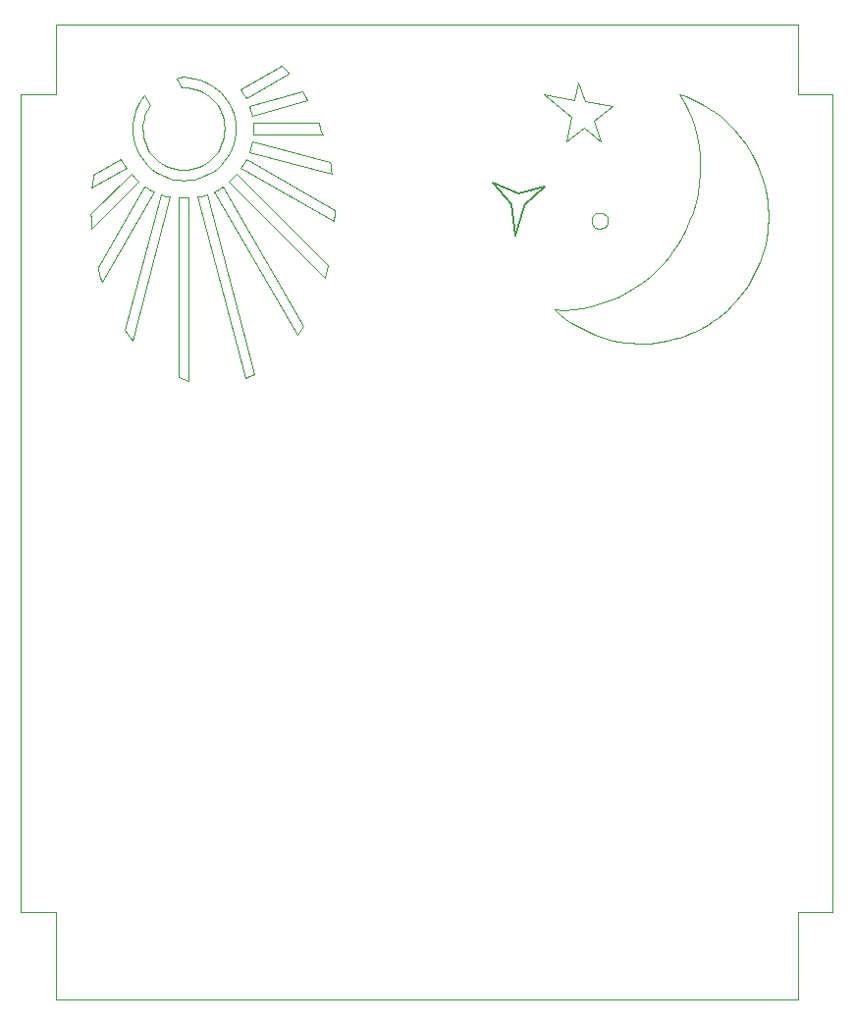
<source format=gbr>
G04 #@! TF.GenerationSoftware,KiCad,Pcbnew,(5.1.9-0-10_14)*
G04 #@! TF.CreationDate,2022-07-17T19:47:57+02:00*
G04 #@! TF.ProjectId,klara-circuitry,6b6c6172-612d-4636-9972-637569747279,rev?*
G04 #@! TF.SameCoordinates,Original*
G04 #@! TF.FileFunction,Profile,NP*
%FSLAX46Y46*%
G04 Gerber Fmt 4.6, Leading zero omitted, Abs format (unit mm)*
G04 Created by KiCad (PCBNEW (5.1.9-0-10_14)) date 2022-07-17 19:47:57*
%MOMM*%
%LPD*%
G01*
G04 APERTURE LIST*
G04 #@! TA.AperFunction,Profile*
%ADD10C,0.150000*%
G04 #@! TD*
G04 #@! TA.AperFunction,Profile*
%ADD11C,0.100000*%
G04 #@! TD*
G04 APERTURE END LIST*
D10*
X106960000Y-43370000D02*
X108570000Y-45200000D01*
X109210000Y-44320000D02*
X106960000Y-43370000D01*
X111460000Y-43710000D02*
X109210000Y-44320000D01*
X109660000Y-45340000D02*
X111460000Y-43710000D01*
X108950000Y-47900000D02*
X108570000Y-45220000D01*
X108950000Y-47920000D02*
X109660000Y-45410000D01*
D11*
X80306700Y-44670900D02*
X80747600Y-44670900D01*
X83762400Y-37965040D02*
X83816100Y-38314330D01*
X83675100Y-37627630D02*
X83762400Y-37965040D01*
X83556100Y-37303920D02*
X83675100Y-37627630D01*
X83407000Y-36995720D02*
X83556100Y-37303920D01*
X83762400Y-39411500D02*
X83675100Y-39760600D01*
X83816100Y-39048600D02*
X83762400Y-39411500D01*
X83834400Y-38673690D02*
X83816100Y-39048600D01*
X83816100Y-38314330D02*
X83834400Y-38673690D01*
X81676400Y-42009900D02*
X81352700Y-42129800D01*
X81984600Y-41859600D02*
X81676400Y-42009900D01*
X82275500Y-41680400D02*
X81984600Y-41859600D01*
X82547300Y-41474100D02*
X82275500Y-41680400D01*
X80306700Y-42289700D02*
X79947300Y-42271300D01*
X80666000Y-42271300D02*
X80306700Y-42289700D01*
X81015300Y-42217500D02*
X80666000Y-42271300D01*
X81352700Y-42129800D02*
X81015300Y-42217500D01*
X78936900Y-42009900D02*
X78628700Y-41859600D01*
X79260600Y-42129800D02*
X78936900Y-42009900D01*
X79598000Y-42217500D02*
X79260600Y-42129800D01*
X79947300Y-42271300D02*
X79598000Y-42217500D01*
X77815200Y-41242400D02*
X77587100Y-40986800D01*
X78066000Y-41474100D02*
X77815200Y-41242400D01*
X78337800Y-41680400D02*
X78066000Y-41474100D01*
X78628700Y-41859600D02*
X78337800Y-41680400D01*
X76161500Y-37130290D02*
X76045800Y-37501670D01*
X76310300Y-36775450D02*
X76161500Y-37130290D01*
X76492200Y-36441270D02*
X76310300Y-36775450D01*
X76707200Y-36131900D02*
X76492200Y-36441270D01*
X75896900Y-38673690D02*
X75919300Y-39131200D01*
X75913500Y-38277510D02*
X75896900Y-38673690D01*
X75963100Y-37885460D02*
X75913500Y-38277510D01*
X76045800Y-37501670D02*
X75963100Y-37885460D01*
X76238700Y-40418300D02*
X76422300Y-40811200D01*
X76092300Y-40005800D02*
X76238700Y-40418300D01*
X75985100Y-39576000D02*
X76092300Y-40005800D01*
X75919300Y-39131200D02*
X75985100Y-39576000D01*
X77175700Y-41848700D02*
X77487500Y-42139800D01*
X76892900Y-41528700D02*
X77175700Y-41848700D01*
X76641100Y-41182100D02*
X76892900Y-41528700D01*
X76422300Y-40811200D02*
X76641100Y-41182100D01*
X79850200Y-43148200D02*
X80306700Y-43171600D01*
X79408200Y-43079600D02*
X79850200Y-43148200D01*
X78982700Y-42968100D02*
X79408200Y-43079600D01*
X78575800Y-42816100D02*
X78982700Y-42968100D01*
X81638700Y-42968100D02*
X82051200Y-42816100D01*
X81208900Y-43079600D02*
X81638700Y-42968100D01*
X80764100Y-43148200D02*
X81208900Y-43079600D01*
X80306700Y-43171600D02*
X80764100Y-43148200D01*
X83161600Y-42139800D02*
X83481700Y-41848700D01*
X82815000Y-42399600D02*
X83161600Y-42139800D01*
X82444100Y-42625800D02*
X82815000Y-42399600D01*
X82051200Y-42816100D02*
X82444100Y-42625800D01*
X84258700Y-40811200D02*
X84449000Y-40418300D01*
X84032500Y-41182100D02*
X84258700Y-40811200D01*
X83772700Y-41528700D02*
X84032500Y-41182100D01*
X83481700Y-41848700D02*
X83772700Y-41528700D01*
X84712600Y-39576000D02*
X84781200Y-39131200D01*
X84601100Y-40005800D02*
X84712600Y-39576000D01*
X84449000Y-40418300D02*
X84601100Y-40005800D01*
X84781200Y-38231750D02*
X84712600Y-37800530D01*
X84804600Y-38673690D02*
X84781200Y-38231750D01*
X84781200Y-39131200D02*
X84804600Y-38673690D01*
X84449000Y-36980080D02*
X84258700Y-36595760D01*
X84601100Y-37382490D02*
X84449000Y-36980080D01*
X84712600Y-37800530D02*
X84601100Y-37382490D01*
X83772700Y-35891200D02*
X83481700Y-35575860D01*
X84032500Y-36231980D02*
X83772700Y-35891200D01*
X84258700Y-36595760D02*
X84032500Y-36231980D01*
X82815000Y-35031370D02*
X82444100Y-34807110D01*
X83161600Y-35288440D02*
X82815000Y-35031370D01*
X83481700Y-35575860D02*
X83161600Y-35288440D01*
X81638700Y-34466870D02*
X81208900Y-34355780D01*
X82051200Y-34618130D02*
X81638700Y-34466870D01*
X82444100Y-34807110D02*
X82051200Y-34618130D01*
X80306700Y-34263970D02*
X80306700Y-34263970D01*
X80764100Y-34287330D02*
X80306700Y-34263970D01*
X81208900Y-34355780D02*
X80764100Y-34287330D01*
X80306700Y-34263970D02*
X80306700Y-34263970D01*
X83229800Y-36704820D02*
X83407000Y-36995720D01*
X83026300Y-36433050D02*
X83229800Y-36704820D01*
X82798100Y-36182200D02*
X83026300Y-36433050D01*
X82547300Y-35954090D02*
X82798100Y-36182200D01*
X82275500Y-35750530D02*
X82547300Y-35954090D01*
X81984600Y-35573320D02*
X82275500Y-35750530D01*
X81676400Y-35424280D02*
X81984600Y-35573320D01*
X81352700Y-35305210D02*
X81676400Y-35424280D01*
X81015300Y-35217920D02*
X81352700Y-35305210D01*
X80666000Y-35164220D02*
X81015300Y-35217920D01*
X80306700Y-35145920D02*
X80666000Y-35164220D01*
X80130300Y-35145920D02*
X80306700Y-35145920D01*
X79689300Y-34352170D02*
X80130300Y-35145920D01*
X79835400Y-34301180D02*
X79689300Y-34352170D01*
X79998000Y-34275000D02*
X79835400Y-34301180D01*
X80306700Y-34263970D02*
X79998000Y-34275000D01*
X78366400Y-44406300D02*
X78366400Y-44406300D01*
X78189600Y-42625800D02*
X78575800Y-42816100D01*
X77826200Y-42399600D02*
X78189600Y-42625800D01*
X77487500Y-42139800D02*
X77826200Y-42399600D01*
X76955300Y-35851470D02*
X76707200Y-36131900D01*
X77396200Y-36645220D02*
X76955300Y-35851470D01*
X77150900Y-37123400D02*
X77396200Y-36645220D01*
X77045900Y-37372310D02*
X77150900Y-37123400D01*
X76955300Y-37626380D02*
X77045900Y-37372310D01*
X76881200Y-37884590D02*
X76955300Y-37626380D01*
X76825700Y-38145900D02*
X76881200Y-37884590D01*
X76790900Y-38409280D02*
X76825700Y-38145900D01*
X76778900Y-38673690D02*
X76790900Y-38409280D01*
X76797200Y-39048600D02*
X76778900Y-38673690D01*
X76850900Y-39411500D02*
X76797200Y-39048600D01*
X76938200Y-39760600D02*
X76850900Y-39411500D01*
X77057200Y-40094500D02*
X76938200Y-39760600D01*
X77206300Y-40411200D02*
X77057200Y-40094500D01*
X77383500Y-40709200D02*
X77206300Y-40411200D01*
X77587100Y-40986800D02*
X77383500Y-40709200D01*
X82798100Y-41242400D02*
X82547300Y-41474100D01*
X83026300Y-40986800D02*
X82798100Y-41242400D01*
X83229800Y-40709200D02*
X83026300Y-40986800D01*
X83407000Y-40411200D02*
X83229800Y-40709200D01*
X83556100Y-40094500D02*
X83407000Y-40411200D01*
X83675100Y-39760600D02*
X83556100Y-40094500D01*
X90537200Y-35498690D02*
X90790800Y-35895570D01*
X85951100Y-36733420D02*
X90537200Y-35498690D01*
X86083400Y-37141310D02*
X85951100Y-36733420D01*
X86215700Y-37615360D02*
X86083400Y-37141310D01*
X90978200Y-36292440D02*
X86215700Y-37615360D01*
X86303900Y-39202900D02*
X86303900Y-39202900D01*
X92301100Y-39202900D02*
X86303900Y-39202900D01*
X92184000Y-38952100D02*
X92301100Y-39202900D01*
X92091600Y-38717800D02*
X92184000Y-38952100D01*
X91948300Y-38232720D02*
X92091600Y-38717800D01*
X86303900Y-38232720D02*
X91948300Y-38232720D01*
X89082000Y-33646610D02*
X89244600Y-33814730D01*
X88919400Y-33478490D02*
X89082000Y-33646610D01*
X88773300Y-33293830D02*
X88919400Y-33478490D01*
X72369150Y-43789000D02*
X72421520Y-43524400D01*
X75367800Y-42113300D02*
X72369150Y-43789000D01*
X75114200Y-41716400D02*
X75367800Y-42113300D01*
X72545540Y-42730600D02*
X74926800Y-41319500D01*
X72493180Y-42995200D02*
X72545540Y-42730600D01*
X72457350Y-43259800D02*
X72493180Y-42995200D01*
X72421520Y-43524400D02*
X72457350Y-43259800D01*
X76084300Y-42951100D02*
X76242800Y-43113700D01*
X75808700Y-42642400D02*
X76084300Y-42951100D01*
X72280960Y-46082000D02*
X75808700Y-42642400D01*
X72331950Y-46399000D02*
X72280960Y-46082000D01*
X72358130Y-46699400D02*
X72331950Y-46399000D01*
X72369150Y-47316700D02*
X72358130Y-46699400D01*
X76426100Y-43259800D02*
X72369150Y-47316700D01*
X74926800Y-41319500D02*
X74926800Y-41319500D01*
X75191400Y-56048000D02*
X78366400Y-44406300D01*
X75896900Y-57018100D02*
X75191400Y-56048000D01*
X79160100Y-44582700D02*
X75896900Y-57018100D01*
X78961700Y-44567600D02*
X79160100Y-44582700D01*
X78763200Y-44527600D02*
X78961700Y-44567600D01*
X78366400Y-44406300D02*
X78763200Y-44527600D01*
X76955300Y-43700800D02*
X76955300Y-43700800D01*
X72898320Y-50668100D02*
X76955300Y-43700800D01*
X79865700Y-44670900D02*
X80306700Y-44670900D01*
X79865700Y-60104900D02*
X79865700Y-44670900D01*
X80306700Y-60281300D02*
X79865700Y-60104900D01*
X80747600Y-60457700D02*
X80306700Y-60281300D01*
X80747600Y-44670900D02*
X80747600Y-60457700D01*
X90978200Y-36292440D02*
X90978200Y-36292440D01*
X90896900Y-36094010D02*
X90978200Y-36292440D01*
X90790800Y-35895570D02*
X90896900Y-36094010D01*
X86303900Y-38673690D02*
X86303900Y-38232720D01*
X86303900Y-39202900D02*
X86303900Y-38673690D01*
X93094800Y-42642400D02*
X93094800Y-42642400D01*
X73041600Y-51285500D02*
X72898320Y-50668100D01*
X73134000Y-51585900D02*
X73041600Y-51285500D01*
X73251100Y-51902900D02*
X73134000Y-51585900D01*
X77749000Y-44141700D02*
X73251100Y-51902900D01*
X77550600Y-44023200D02*
X77749000Y-44141700D01*
X77352100Y-43921300D02*
X77550600Y-44023200D01*
X77153700Y-43819300D02*
X77352100Y-43921300D01*
X76955300Y-43700800D02*
X77153700Y-43819300D01*
X75008100Y-41518000D02*
X75114200Y-41716400D01*
X74926800Y-41319500D02*
X75008100Y-41518000D01*
X89390700Y-33999390D02*
X89390700Y-33999390D01*
X89390700Y-33999390D02*
X89390700Y-33999390D01*
X89244600Y-33814730D02*
X89390700Y-33999390D01*
X93271200Y-46699400D02*
X85245500Y-42113300D01*
X93285000Y-46448600D02*
X93271200Y-46699400D01*
X93315300Y-46214300D02*
X93285000Y-46448600D01*
X93345700Y-45980100D02*
X93315300Y-46214300D01*
X93359400Y-45729200D02*
X93345700Y-45980100D01*
X82952500Y-44141700D02*
X83149500Y-44023200D01*
X90096200Y-56489000D02*
X82952500Y-44141700D01*
X90625400Y-55695200D02*
X90096200Y-56489000D01*
X86392100Y-59840400D02*
X86392100Y-59840400D01*
X82335100Y-44406300D02*
X86392100Y-59840400D01*
X93359400Y-45729200D02*
X93359400Y-45729200D01*
X92742100Y-50491700D02*
X92742100Y-50491700D01*
X84892800Y-42642400D02*
X92742100Y-50491700D01*
X84708100Y-42788500D02*
X84892800Y-42642400D01*
X84540000Y-42951100D02*
X84708100Y-42788500D01*
X84371900Y-43113700D02*
X84540000Y-42951100D01*
X84187200Y-43259800D02*
X84371900Y-43113700D01*
X92477500Y-51550100D02*
X84187200Y-43259800D01*
X92742100Y-50491700D02*
X92477500Y-51550100D01*
X90625400Y-55695200D02*
X90625400Y-55695200D01*
X83658000Y-43700800D02*
X90625400Y-55695200D01*
X83510600Y-43819300D02*
X83658000Y-43700800D01*
X83338300Y-43921300D02*
X83510600Y-43819300D01*
X83149500Y-44023200D02*
X83338300Y-43921300D01*
X81861100Y-44527600D02*
X82335100Y-44406300D01*
X81653000Y-44567600D02*
X81861100Y-44527600D01*
X81453200Y-44582700D02*
X81653000Y-44567600D01*
X85598300Y-60193100D02*
X81453200Y-44582700D01*
X85796800Y-60113200D02*
X85598300Y-60193100D01*
X85995200Y-60016700D02*
X85796800Y-60113200D01*
X86193600Y-59920300D02*
X85995200Y-60016700D01*
X86392100Y-59840400D02*
X86193600Y-59920300D01*
X80306700Y-44670900D02*
X80306700Y-44670900D01*
X80306700Y-44670900D02*
X80306700Y-44670900D01*
X85686500Y-36116050D02*
X85605200Y-35917620D01*
X89390700Y-33999390D02*
X85686500Y-36116050D01*
X90978200Y-36292440D02*
X90978200Y-36292440D01*
X93094800Y-42642400D02*
X93094800Y-42642400D01*
X93042500Y-42377900D02*
X93094800Y-42642400D01*
X93006700Y-42113300D02*
X93042500Y-42377900D01*
X76426100Y-43259800D02*
X76426100Y-43259800D01*
X76426100Y-43259800D02*
X76426100Y-43259800D01*
X76242800Y-43113700D02*
X76426100Y-43259800D01*
X92970800Y-41848700D02*
X93006700Y-42113300D01*
X92918500Y-41584100D02*
X92970800Y-41848700D01*
X86215700Y-39820200D02*
X92918500Y-41584100D01*
X85951100Y-40702200D02*
X86215700Y-39820200D01*
X93094800Y-42642400D02*
X85951100Y-40702200D01*
X93359400Y-45729200D02*
X93359400Y-45729200D01*
X85686500Y-41319500D02*
X93359400Y-45729200D01*
X85245500Y-35322300D02*
X88773300Y-33293830D01*
X85499100Y-35719180D02*
X85245500Y-35322300D01*
X85605200Y-35917620D02*
X85499100Y-35719180D01*
X85605200Y-41518000D02*
X85686500Y-41319500D01*
X85499100Y-41716400D02*
X85605200Y-41518000D01*
X85245500Y-42113300D02*
X85499100Y-41716400D01*
X136303100Y-35720080D02*
X136303100Y-106275600D01*
X136303100Y-106275600D02*
X133304500Y-106275600D01*
X133304500Y-106275600D02*
X133304500Y-113772200D01*
X133304500Y-113772200D02*
X69275350Y-113772200D01*
X69275350Y-113772200D02*
X69275350Y-106275600D01*
X69275350Y-106275600D02*
X66276740Y-106275600D01*
X66276740Y-106275600D02*
X66276740Y-35720080D01*
X66276740Y-35720080D02*
X69275350Y-35720080D01*
X69275350Y-35720080D02*
X69275350Y-29722860D01*
X69275350Y-29722860D02*
X133304500Y-29722860D01*
X133304500Y-29722860D02*
X133304500Y-35720080D01*
X133304500Y-35720080D02*
X136303100Y-35720080D01*
X136303100Y-35720080D02*
X136303100Y-35720080D01*
X129247600Y-51771500D02*
X128955500Y-52249400D01*
X128955500Y-52249400D02*
X128642200Y-52707500D01*
X128642200Y-52707500D02*
X128308600Y-53145300D01*
X128308600Y-53145300D02*
X127955800Y-53562600D01*
X127955800Y-53562600D02*
X127584700Y-53959100D01*
X127584700Y-53959100D02*
X127196300Y-54334500D01*
X127196300Y-54334500D02*
X126791600Y-54688500D01*
X126791600Y-54688500D02*
X126371600Y-55020900D01*
X126371600Y-55020900D02*
X125937200Y-55331300D01*
X125937200Y-55331300D02*
X125489500Y-55619400D01*
X125489500Y-55619400D02*
X125029400Y-55885000D01*
X125029400Y-55885000D02*
X124557900Y-56127800D01*
X124557900Y-56127800D02*
X124076100Y-56347400D01*
X124076100Y-56347400D02*
X123584800Y-56543700D01*
X123584800Y-56543700D02*
X123085000Y-56716200D01*
X123085000Y-56716200D02*
X122577900Y-56864700D01*
X122577900Y-56864700D02*
X122064200Y-56988900D01*
X122064200Y-56988900D02*
X121545100Y-57088600D01*
X121545100Y-57088600D02*
X121021500Y-57163400D01*
X121021500Y-57163400D02*
X120494400Y-57213000D01*
X120494400Y-57213000D02*
X119964800Y-57237200D01*
X119964800Y-57237200D02*
X119433700Y-57235600D01*
X119433700Y-57235600D02*
X118902000Y-57208000D01*
X118902000Y-57208000D02*
X118370700Y-57154100D01*
X118370700Y-57154100D02*
X117840900Y-57073600D01*
X117840900Y-57073600D02*
X117313400Y-56966100D01*
X117313400Y-56966100D02*
X116789400Y-56831500D01*
X116789400Y-56831500D02*
X116269700Y-56669400D01*
X116269700Y-56669400D02*
X115755400Y-56479500D01*
X115755400Y-56479500D02*
X115247500Y-56261500D01*
X115247500Y-56261500D02*
X114746800Y-56015200D01*
X114746800Y-56015200D02*
X114254500Y-55740200D01*
X114254500Y-55740200D02*
X113728100Y-55445300D01*
X113728100Y-55445300D02*
X113218200Y-55100800D01*
X113218200Y-55100800D02*
X112741400Y-54723200D01*
X112741400Y-54723200D02*
X112314200Y-54329100D01*
X112314200Y-54329100D02*
X113108500Y-54334400D01*
X113108500Y-54334400D02*
X113901700Y-54284700D01*
X113901700Y-54284700D02*
X114690800Y-54180700D01*
X114690800Y-54180700D02*
X115472700Y-54023200D01*
X115472700Y-54023200D02*
X116244200Y-53813000D01*
X116244200Y-53813000D02*
X117002300Y-53550900D01*
X117002300Y-53550900D02*
X117743900Y-53237600D01*
X117743900Y-53237600D02*
X118465800Y-52873900D01*
X118465800Y-52873900D02*
X119165000Y-52460600D01*
X119165000Y-52460600D02*
X119838300Y-51998500D01*
X119838300Y-51998500D02*
X120482700Y-51488300D01*
X120482700Y-51488300D02*
X121095100Y-50930900D01*
X121095100Y-50930900D02*
X121672300Y-50326900D01*
X121672300Y-50326900D02*
X122211300Y-49677200D01*
X122211300Y-49677200D02*
X122465500Y-49335400D01*
X122465500Y-49335400D02*
X122709000Y-48982500D01*
X122709000Y-48982500D02*
X122941300Y-48618600D01*
X122941300Y-48618600D02*
X123162200Y-48243700D01*
X123162200Y-48243700D02*
X123377900Y-47861100D01*
X123377900Y-47861100D02*
X123578800Y-47474200D01*
X123578800Y-47474200D02*
X123936100Y-46689100D01*
X123936100Y-46689100D02*
X124234800Y-45891300D01*
X124234800Y-45891300D02*
X124475400Y-45083900D01*
X124475400Y-45083900D02*
X124658700Y-44269700D01*
X124658700Y-44269700D02*
X124785300Y-43451700D01*
X124785300Y-43451700D02*
X124855800Y-42633000D01*
X124855800Y-42633000D02*
X124870900Y-41816500D01*
X124870900Y-41816500D02*
X124831200Y-41005200D01*
X124831200Y-41005200D02*
X124737400Y-40202000D01*
X124737400Y-40202000D02*
X124590100Y-39409900D01*
X124590100Y-39409900D02*
X124390000Y-38631880D01*
X124390000Y-38631880D02*
X124137600Y-37870920D01*
X124137600Y-37870920D02*
X123833800Y-37129990D01*
X123833800Y-37129990D02*
X123479000Y-36412050D01*
X123479000Y-36412050D02*
X123074000Y-35720080D01*
X123074000Y-35720080D02*
X123615500Y-35933680D01*
X123615500Y-35933680D02*
X124165400Y-36172080D01*
X124165400Y-36172080D02*
X124698700Y-36427020D01*
X124698700Y-36427020D02*
X125190600Y-36690220D01*
X125190600Y-36690220D02*
X125676600Y-36990050D01*
X125676600Y-36990050D02*
X126142100Y-37310140D01*
X126142100Y-37310140D02*
X126587000Y-37649590D01*
X126587000Y-37649590D02*
X127010800Y-38007450D01*
X127010800Y-38007450D02*
X127413400Y-38382830D01*
X127413400Y-38382830D02*
X127794500Y-38774800D01*
X127794500Y-38774800D02*
X128153800Y-39182400D01*
X128153800Y-39182400D02*
X128491000Y-39604800D01*
X128491000Y-39604800D02*
X128805900Y-40041000D01*
X128805900Y-40041000D02*
X129098100Y-40490100D01*
X129098100Y-40490100D02*
X129367400Y-40951100D01*
X129367400Y-40951100D02*
X129613600Y-41423300D01*
X129613600Y-41423300D02*
X129836300Y-41905500D01*
X129836300Y-41905500D02*
X130035300Y-42397000D01*
X130035300Y-42397000D02*
X130210300Y-42896800D01*
X130210300Y-42896800D02*
X130361000Y-43404000D01*
X130361000Y-43404000D02*
X130487200Y-43917700D01*
X130487200Y-43917700D02*
X130588500Y-44436800D01*
X130588500Y-44436800D02*
X130664800Y-44960600D01*
X130664800Y-44960600D02*
X130715700Y-45488100D01*
X130715700Y-45488100D02*
X130740900Y-46018400D01*
X130740900Y-46018400D02*
X130740300Y-46550500D01*
X130740300Y-46550500D02*
X130713400Y-47083600D01*
X130713400Y-47083600D02*
X130660100Y-47616700D01*
X130660100Y-47616700D02*
X130580000Y-48148900D01*
X130580000Y-48148900D02*
X130472900Y-48679200D01*
X130472900Y-48679200D02*
X130338500Y-49206800D01*
X130338500Y-49206800D02*
X130176500Y-49730800D01*
X130176500Y-49730800D02*
X129986700Y-50250100D01*
X129986700Y-50250100D02*
X129768800Y-50764000D01*
X129768800Y-50764000D02*
X129522500Y-51271400D01*
X129522500Y-51271400D02*
X129247600Y-51771500D01*
X129247600Y-51771500D02*
X129247600Y-51771500D01*
X129247600Y-51771500D02*
X129247600Y-51771500D01*
X115665600Y-38013140D02*
X116283000Y-39777000D01*
X116283000Y-39777000D02*
X114871900Y-38630500D01*
X114871900Y-38630500D02*
X113284400Y-39777000D01*
X113284400Y-39777000D02*
X113725300Y-37660360D01*
X113725300Y-37660360D02*
X111344100Y-35720080D01*
X111344100Y-35720080D02*
X113989900Y-36249250D01*
X113989900Y-36249250D02*
X114342700Y-34749940D01*
X114342700Y-34749940D02*
X114960100Y-36337440D01*
X114960100Y-36337440D02*
X117341300Y-36778420D01*
X117341300Y-36778420D02*
X115665600Y-38013140D01*
X115665600Y-38013140D02*
X115665600Y-38013140D01*
X116900300Y-46656200D02*
X116884500Y-46787800D01*
X116884500Y-46787800D02*
X116839700Y-46915300D01*
X116839700Y-46915300D02*
X116770100Y-47034500D01*
X116770100Y-47034500D02*
X116679900Y-47141300D01*
X116679900Y-47141300D02*
X116573100Y-47231500D01*
X116573100Y-47231500D02*
X116453900Y-47301100D01*
X116453900Y-47301100D02*
X116326400Y-47345900D01*
X116326400Y-47345900D02*
X116194800Y-47361700D01*
X116194800Y-47361700D02*
X116037900Y-47345900D01*
X116037900Y-47345900D02*
X115898500Y-47301100D01*
X115898500Y-47301100D02*
X115777800Y-47231500D01*
X115777800Y-47231500D02*
X115676600Y-47141300D01*
X115676600Y-47141300D02*
X115596200Y-47034500D01*
X115596200Y-47034500D02*
X115537500Y-46915300D01*
X115537500Y-46915300D02*
X115501500Y-46787800D01*
X115501500Y-46787800D02*
X115489200Y-46656200D01*
X115489200Y-46656200D02*
X115501500Y-46499300D01*
X115501500Y-46499300D02*
X115537500Y-46359900D01*
X115537500Y-46359900D02*
X115596200Y-46239200D01*
X115596200Y-46239200D02*
X115676600Y-46138100D01*
X115676600Y-46138100D02*
X115777800Y-46057600D01*
X115777800Y-46057600D02*
X115898500Y-45998900D01*
X115898500Y-45998900D02*
X116037900Y-45962900D01*
X116037900Y-45962900D02*
X116194800Y-45950600D01*
X116194800Y-45950600D02*
X116326400Y-45962900D01*
X116326400Y-45962900D02*
X116453900Y-45998900D01*
X116453900Y-45998900D02*
X116573100Y-46057600D01*
X116573100Y-46057600D02*
X116679900Y-46138100D01*
X116679900Y-46138100D02*
X116770100Y-46239200D01*
X116770100Y-46239200D02*
X116839700Y-46359900D01*
X116839700Y-46359900D02*
X116884500Y-46499300D01*
X116884500Y-46499300D02*
X116900300Y-46656200D01*
X116900300Y-46656200D02*
X116900300Y-46656200D01*
X116900300Y-46656200D02*
X116900300Y-46656200D01*
M02*

</source>
